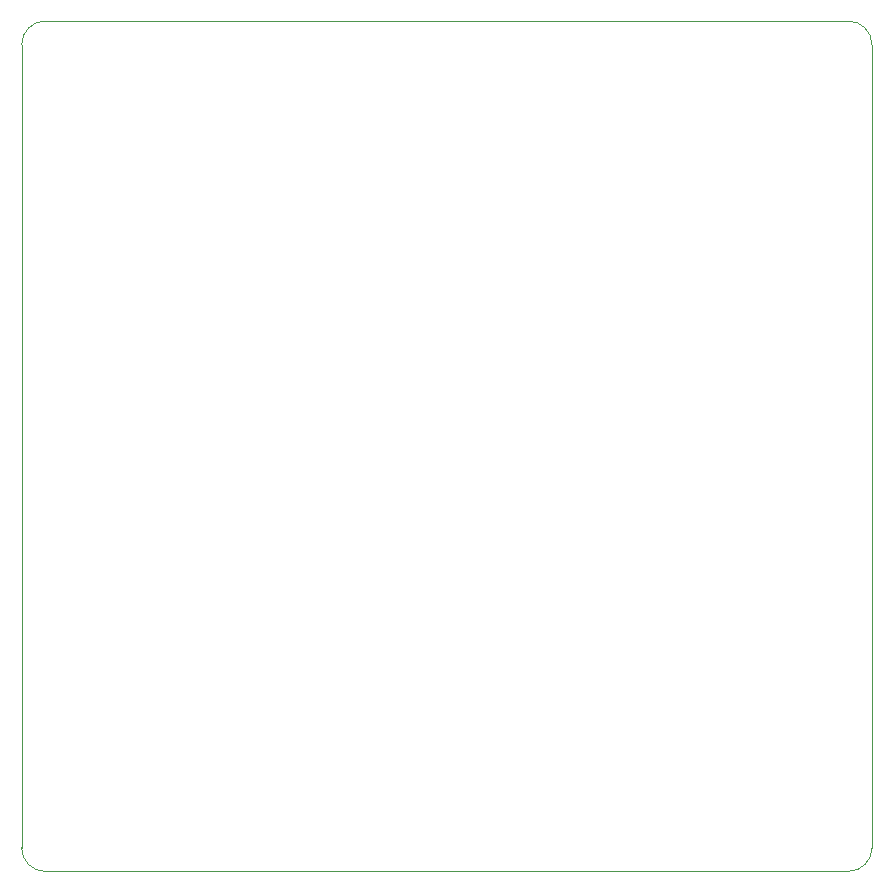
<source format=gbr>
%TF.GenerationSoftware,KiCad,Pcbnew,8.0.6*%
%TF.CreationDate,2025-01-06T00:07:23+08:00*%
%TF.ProjectId,ECP5_DEV_BOARD,45435035-5f44-4455-965f-424f4152442e,rev?*%
%TF.SameCoordinates,Original*%
%TF.FileFunction,Profile,NP*%
%FSLAX46Y46*%
G04 Gerber Fmt 4.6, Leading zero omitted, Abs format (unit mm)*
G04 Created by KiCad (PCBNEW 8.0.6) date 2025-01-06 00:07:23*
%MOMM*%
%LPD*%
G01*
G04 APERTURE LIST*
%TA.AperFunction,Profile*%
%ADD10C,0.050000*%
%TD*%
G04 APERTURE END LIST*
D10*
X89600000Y-136900000D02*
X89600000Y-68900000D01*
X161600000Y-136900000D02*
G75*
G02*
X159600000Y-138900000I-2000000J0D01*
G01*
X91600000Y-138900000D02*
G75*
G02*
X89600000Y-136900000I0J2000000D01*
G01*
X159600000Y-66900000D02*
G75*
G02*
X161600000Y-68900000I0J-2000000D01*
G01*
X159600000Y-138900000D02*
X91600000Y-138900000D01*
X161600000Y-68900000D02*
X161600000Y-136900000D01*
X89600000Y-68900000D02*
G75*
G02*
X91600000Y-66900000I2000000J0D01*
G01*
X91600000Y-66900000D02*
X159600000Y-66900000D01*
M02*

</source>
